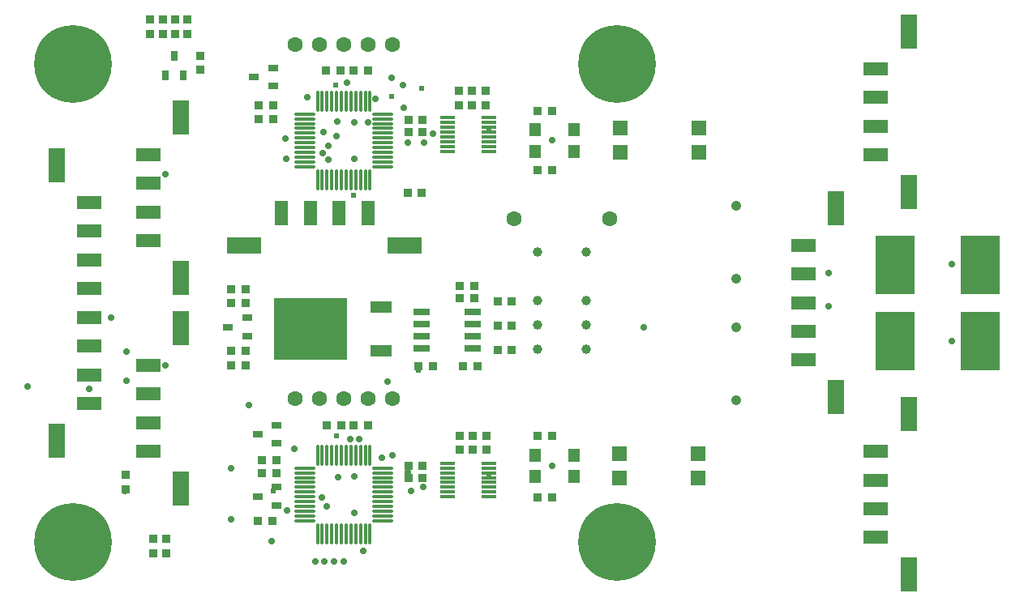
<source format=gts>
G04*
G04 #@! TF.GenerationSoftware,Altium Limited,Altium Designer,19.0.15 (446)*
G04*
G04 Layer_Color=8388736*
%FSLAX25Y25*%
%MOIN*%
G70*
G01*
G75*
%ADD19R,0.03550X0.03353*%
%ADD20R,0.05912X0.05912*%
%ADD21R,0.04731X0.05715*%
%ADD22R,0.10400X0.05400*%
%ADD23R,0.06896X0.13904*%
%ADD24R,0.05900X0.01500*%
%ADD25R,0.03353X0.03550*%
%ADD26R,0.06502X0.02762*%
%ADD27R,0.09061X0.05124*%
%ADD28R,0.30400X0.25400*%
%ADD29R,0.03943X0.03156*%
%ADD30R,0.16148X0.24022*%
%ADD31O,0.08668X0.01581*%
%ADD32O,0.01581X0.08668*%
%ADD33R,0.03156X0.03943*%
%ADD34R,0.05400X0.10400*%
%ADD35R,0.13904X0.06896*%
%ADD36C,0.03943*%
%ADD37C,0.06306*%
%ADD38C,0.04239*%
%ADD39C,0.31896*%
%ADD40C,0.02368*%
%ADD41C,0.02762*%
D19*
X-30512Y-54724D02*
D03*
X-24606D02*
D03*
X-30512Y-79921D02*
D03*
X-24606D02*
D03*
X-83661Y-72047D02*
D03*
X-77756D02*
D03*
X-84055Y45276D02*
D03*
X-78150D02*
D03*
X-83661Y-66929D02*
D03*
X-77756D02*
D03*
X-30512Y79134D02*
D03*
X-24606D02*
D03*
X-30512Y54724D02*
D03*
X-24606D02*
D03*
X-83661Y70472D02*
D03*
X-77756D02*
D03*
X-83661Y75197D02*
D03*
X-77756D02*
D03*
X-61221Y-25984D02*
D03*
X-55315D02*
D03*
X-41142Y-9173D02*
D03*
X-47047D02*
D03*
Y-19173D02*
D03*
X-41142D02*
D03*
X-47047Y827D02*
D03*
X-41142D02*
D03*
X-156496Y-19685D02*
D03*
X-150591D02*
D03*
Y0D02*
D03*
X-156496D02*
D03*
X-62402Y1969D02*
D03*
X-56496D02*
D03*
X-150591Y-25591D02*
D03*
X-156496D02*
D03*
X-150591Y5512D02*
D03*
X-156496D02*
D03*
X-73622Y-25984D02*
D03*
X-79528D02*
D03*
X-56496Y7087D02*
D03*
X-62402D02*
D03*
X-145473Y-89764D02*
D03*
X-139567D02*
D03*
X-139173Y81299D02*
D03*
X-145079D02*
D03*
X-100236Y95669D02*
D03*
X-106142D02*
D03*
X-145079Y75787D02*
D03*
X-139173D02*
D03*
X-137992Y-64567D02*
D03*
X-143898D02*
D03*
X-100236Y-50394D02*
D03*
X-106142D02*
D03*
X-143898Y-69880D02*
D03*
X-137992D02*
D03*
X-117126Y-50394D02*
D03*
X-111221D02*
D03*
X-111614Y95669D02*
D03*
X-117520D02*
D03*
D20*
X3051Y-61929D02*
D03*
Y-71929D02*
D03*
X35531Y-61929D02*
D03*
Y-71929D02*
D03*
X3445Y71929D02*
D03*
Y61929D02*
D03*
X35925Y71929D02*
D03*
Y61929D02*
D03*
D21*
X-31693Y-71358D02*
D03*
X-15551D02*
D03*
Y-62500D02*
D03*
X-31693D02*
D03*
Y62402D02*
D03*
X-15551D02*
D03*
Y71260D02*
D03*
X-31693D02*
D03*
D22*
X108543Y-96457D02*
D03*
Y-84646D02*
D03*
Y-72834D02*
D03*
Y-61023D02*
D03*
Y61023D02*
D03*
Y72834D02*
D03*
Y84646D02*
D03*
Y96457D02*
D03*
X78729Y-23479D02*
D03*
Y-11668D02*
D03*
Y143D02*
D03*
Y11954D02*
D03*
Y23765D02*
D03*
X-214843Y41339D02*
D03*
Y29528D02*
D03*
Y17717D02*
D03*
Y5906D02*
D03*
Y-5906D02*
D03*
Y-17717D02*
D03*
Y-29528D02*
D03*
Y-41339D02*
D03*
X-190669Y25590D02*
D03*
Y37401D02*
D03*
Y49213D02*
D03*
Y61024D02*
D03*
Y-61024D02*
D03*
Y-49213D02*
D03*
Y-37401D02*
D03*
Y-25590D02*
D03*
D23*
X122047Y-45708D02*
D03*
Y-111772D02*
D03*
Y111772D02*
D03*
Y45708D02*
D03*
X92233Y39080D02*
D03*
Y-38794D02*
D03*
X-228346Y-56654D02*
D03*
Y56654D02*
D03*
X-177165Y76339D02*
D03*
Y10275D02*
D03*
Y-10275D02*
D03*
Y-76339D02*
D03*
D24*
X-67655Y-65940D02*
D03*
Y-67910D02*
D03*
Y-69880D02*
D03*
Y-71850D02*
D03*
Y-73820D02*
D03*
Y-75790D02*
D03*
Y-77760D02*
D03*
Y-79730D02*
D03*
X-50455D02*
D03*
Y-77760D02*
D03*
Y-75790D02*
D03*
Y-73820D02*
D03*
Y-71850D02*
D03*
Y-69880D02*
D03*
Y-67910D02*
D03*
Y-65940D02*
D03*
X-67655Y76186D02*
D03*
Y74216D02*
D03*
Y72246D02*
D03*
Y70276D02*
D03*
Y68306D02*
D03*
Y66336D02*
D03*
Y64366D02*
D03*
Y62396D02*
D03*
X-50455D02*
D03*
Y64366D02*
D03*
Y66336D02*
D03*
Y68306D02*
D03*
Y70276D02*
D03*
Y72246D02*
D03*
Y74216D02*
D03*
Y76186D02*
D03*
D25*
X-51575Y-60433D02*
D03*
Y-54528D02*
D03*
X-57087Y-54527D02*
D03*
Y-60433D02*
D03*
X-51968Y81299D02*
D03*
Y87205D02*
D03*
X-57480D02*
D03*
Y81299D02*
D03*
X-169291Y101772D02*
D03*
Y95866D02*
D03*
X-188583Y-97047D02*
D03*
Y-102953D02*
D03*
X-183071D02*
D03*
Y-97047D02*
D03*
X-200000Y-70669D02*
D03*
Y-76575D02*
D03*
X-189764Y116732D02*
D03*
Y110827D02*
D03*
X-184646Y116732D02*
D03*
Y110827D02*
D03*
X-174409Y116732D02*
D03*
Y110827D02*
D03*
X-179528Y116732D02*
D03*
Y110827D02*
D03*
X-62598Y-60433D02*
D03*
Y-54527D02*
D03*
X-62992Y81299D02*
D03*
Y87205D02*
D03*
D26*
X-78347Y-18524D02*
D03*
Y-13524D02*
D03*
Y-8524D02*
D03*
Y-3524D02*
D03*
X-57087D02*
D03*
Y-8524D02*
D03*
Y-13524D02*
D03*
Y-18524D02*
D03*
D27*
X-94882Y-1575D02*
D03*
Y-19685D02*
D03*
D28*
X-124016Y-10630D02*
D03*
D29*
X-150000Y-13583D02*
D03*
Y-6102D02*
D03*
X-157874Y-9843D02*
D03*
X-139370Y89173D02*
D03*
Y96653D02*
D03*
X-147244Y92913D02*
D03*
X-137795Y-83268D02*
D03*
Y-75787D02*
D03*
X-145669Y-79528D02*
D03*
X-137795Y-57677D02*
D03*
Y-50197D02*
D03*
X-145669Y-53937D02*
D03*
D30*
X151378Y-15748D02*
D03*
X116339Y-15551D02*
D03*
Y15748D02*
D03*
X151378Y15551D02*
D03*
D31*
X-126378Y77756D02*
D03*
Y75787D02*
D03*
Y73819D02*
D03*
Y71850D02*
D03*
Y69882D02*
D03*
Y67913D02*
D03*
Y65945D02*
D03*
Y63976D02*
D03*
Y62008D02*
D03*
Y60039D02*
D03*
Y58071D02*
D03*
Y56102D02*
D03*
X-94095D02*
D03*
Y58071D02*
D03*
Y60039D02*
D03*
Y62008D02*
D03*
Y63976D02*
D03*
Y65945D02*
D03*
Y67913D02*
D03*
Y69882D02*
D03*
Y71850D02*
D03*
Y73819D02*
D03*
Y75787D02*
D03*
Y77756D02*
D03*
X-126378Y-67913D02*
D03*
Y-69882D02*
D03*
Y-71850D02*
D03*
Y-73819D02*
D03*
Y-75787D02*
D03*
Y-77756D02*
D03*
Y-79724D02*
D03*
Y-81693D02*
D03*
Y-83661D02*
D03*
Y-85630D02*
D03*
Y-87598D02*
D03*
Y-89567D02*
D03*
X-94095D02*
D03*
Y-87598D02*
D03*
Y-85630D02*
D03*
Y-83661D02*
D03*
Y-81693D02*
D03*
Y-79724D02*
D03*
Y-77756D02*
D03*
Y-75787D02*
D03*
Y-73819D02*
D03*
Y-71850D02*
D03*
Y-69882D02*
D03*
Y-67913D02*
D03*
D32*
X-121063Y50787D02*
D03*
X-119095D02*
D03*
X-117126D02*
D03*
X-115157D02*
D03*
X-113189D02*
D03*
X-111221D02*
D03*
X-109252D02*
D03*
X-107283D02*
D03*
X-105315D02*
D03*
X-103347D02*
D03*
X-101378D02*
D03*
X-99410D02*
D03*
Y83071D02*
D03*
X-101378D02*
D03*
X-103347D02*
D03*
X-105315D02*
D03*
X-107283D02*
D03*
X-109252D02*
D03*
X-111221D02*
D03*
X-113189D02*
D03*
X-115157D02*
D03*
X-117126D02*
D03*
X-119095D02*
D03*
X-121063D02*
D03*
Y-94882D02*
D03*
X-119095D02*
D03*
X-117126D02*
D03*
X-115157D02*
D03*
X-113189D02*
D03*
X-111221D02*
D03*
X-109252D02*
D03*
X-107283D02*
D03*
X-105315D02*
D03*
X-103347D02*
D03*
X-101378D02*
D03*
X-99410D02*
D03*
Y-62598D02*
D03*
X-101378D02*
D03*
X-103347D02*
D03*
X-105315D02*
D03*
X-107283D02*
D03*
X-109252D02*
D03*
X-111221D02*
D03*
X-113189D02*
D03*
X-115157D02*
D03*
X-117126D02*
D03*
X-119095D02*
D03*
X-121063D02*
D03*
D33*
X-183661Y93701D02*
D03*
X-176181D02*
D03*
X-179921Y101575D02*
D03*
D34*
X-135827Y37126D02*
D03*
X-124016D02*
D03*
X-112204D02*
D03*
X-100393D02*
D03*
D35*
X-85078Y23622D02*
D03*
X-151142D02*
D03*
D36*
X-30472Y1063D02*
D03*
Y-8937D02*
D03*
Y-18937D02*
D03*
X-10472D02*
D03*
Y-8937D02*
D03*
Y1063D02*
D03*
Y21063D02*
D03*
X-30472D02*
D03*
D37*
X-787Y34646D02*
D03*
X-40157D02*
D03*
X-90236Y106299D02*
D03*
X-100236D02*
D03*
X-110236D02*
D03*
X-120236D02*
D03*
X-130236D02*
D03*
X-90236Y-39370D02*
D03*
X-100236D02*
D03*
X-110236D02*
D03*
X-120236D02*
D03*
X-130236D02*
D03*
D38*
X51181Y40000D02*
D03*
Y10000D02*
D03*
Y-10000D02*
D03*
Y-40000D02*
D03*
D39*
X-221457Y98425D02*
D03*
Y-98425D02*
D03*
X1969D02*
D03*
Y98425D02*
D03*
D40*
X-62992Y87205D02*
D03*
X-57480Y81299D02*
D03*
X-50653Y71260D02*
D03*
X-50465Y-70871D02*
D03*
X-78347Y88189D02*
D03*
X-90551Y85039D02*
D03*
X-78150Y45276D02*
D03*
X-212598Y17323D02*
D03*
X-217323D02*
D03*
X-106299Y44488D02*
D03*
X-113675Y89764D02*
D03*
X-113189Y-54724D02*
D03*
X-137795Y-50197D02*
D03*
X-139370Y-77165D02*
D03*
X-135827Y35039D02*
D03*
Y40000D02*
D03*
X-117520Y95669D02*
D03*
X-139370Y96653D02*
D03*
X-176181Y93701D02*
D03*
X-179528Y116732D02*
D03*
X-184646D02*
D03*
X-188976Y37402D02*
D03*
X-192913Y37401D02*
D03*
X-188583Y25197D02*
D03*
X-192913Y25591D02*
D03*
X-150000Y-6102D02*
D03*
X-156496Y5512D02*
D03*
X-92913Y-1772D02*
D03*
X-96850D02*
D03*
X-79528Y-27559D02*
D03*
X-62402Y7087D02*
D03*
X-57087Y-3524D02*
D03*
X-47047Y-9173D02*
D03*
Y827D02*
D03*
X-57087Y-60433D02*
D03*
X-62598Y-54527D02*
D03*
D41*
X-139764Y-98032D02*
D03*
X-92205Y-32283D02*
D03*
X-149213Y-42126D02*
D03*
X-191042Y-61024D02*
D03*
X-169488Y101575D02*
D03*
X-183661Y93701D02*
D03*
X-183465Y53150D02*
D03*
X-100394Y74429D02*
D03*
X-97244Y83858D02*
D03*
X-109055Y90551D02*
D03*
X-85933Y89764D02*
D03*
X-90551Y92520D02*
D03*
X-107730Y-55905D02*
D03*
X-103820D02*
D03*
X-94488Y-63779D02*
D03*
X-200394Y-77165D02*
D03*
X-240158Y-34252D02*
D03*
X-214961Y-35201D02*
D03*
X12992Y-9843D02*
D03*
X-24606Y66929D02*
D03*
X-84055Y66142D02*
D03*
X-100393Y37126D02*
D03*
X-83858Y-69685D02*
D03*
X-214843Y29528D02*
D03*
X-205906Y-5906D02*
D03*
X-199606Y-31890D02*
D03*
X-156496Y-88976D02*
D03*
X-199606Y-20079D02*
D03*
X-156496Y-68110D02*
D03*
X-113386Y68504D02*
D03*
X-117126Y-83661D02*
D03*
X-125197Y84646D02*
D03*
X-130709Y-59842D02*
D03*
X-133858Y59429D02*
D03*
X-134252Y67716D02*
D03*
X-85433Y80315D02*
D03*
X-133465Y-85433D02*
D03*
X-102362Y-101969D02*
D03*
X-90158Y-62598D02*
D03*
X-190669Y61024D02*
D03*
X-183071Y-96850D02*
D03*
X-145669Y-53937D02*
D03*
X-116654Y64567D02*
D03*
X-118504Y70472D02*
D03*
X-139370Y89173D02*
D03*
X-112992Y74803D02*
D03*
X-116535Y59055D02*
D03*
X-118898Y61811D02*
D03*
X-105905Y59429D02*
D03*
Y74429D02*
D03*
Y-86221D02*
D03*
Y-71240D02*
D03*
X-119291Y-79921D02*
D03*
X-137795Y-57677D02*
D03*
X-112598Y-71653D02*
D03*
X-156693Y-19685D02*
D03*
X-183465Y-25591D02*
D03*
X-110236Y-106299D02*
D03*
X-114173D02*
D03*
X-118110D02*
D03*
X-122047D02*
D03*
X-77559Y-75590D02*
D03*
X-82677Y-77165D02*
D03*
X-77756Y-72047D02*
D03*
Y-66929D02*
D03*
X-77165Y66142D02*
D03*
X-73622Y69685D02*
D03*
X-77756Y75197D02*
D03*
Y70472D02*
D03*
X-24606Y-66929D02*
D03*
X139764Y-15748D02*
D03*
X88976Y-1181D02*
D03*
Y12205D02*
D03*
X139764Y16142D02*
D03*
M02*

</source>
